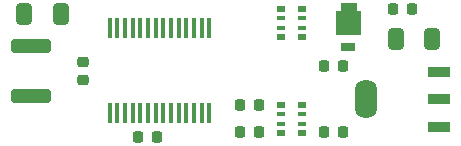
<source format=gbr>
%TF.GenerationSoftware,KiCad,Pcbnew,(6.0.11-0)*%
%TF.CreationDate,2023-05-04T16:40:56+03:00*%
%TF.ProjectId,Arduino Nano Differential impdance PCB,41726475-696e-46f2-904e-616e6f204469,rev?*%
%TF.SameCoordinates,Original*%
%TF.FileFunction,Paste,Bot*%
%TF.FilePolarity,Positive*%
%FSLAX46Y46*%
G04 Gerber Fmt 4.6, Leading zero omitted, Abs format (unit mm)*
G04 Created by KiCad (PCBNEW (6.0.11-0)) date 2023-05-04 16:40:56*
%MOMM*%
%LPD*%
G01*
G04 APERTURE LIST*
G04 Aperture macros list*
%AMRoundRect*
0 Rectangle with rounded corners*
0 $1 Rounding radius*
0 $2 $3 $4 $5 $6 $7 $8 $9 X,Y pos of 4 corners*
0 Add a 4 corners polygon primitive as box body*
4,1,4,$2,$3,$4,$5,$6,$7,$8,$9,$2,$3,0*
0 Add four circle primitives for the rounded corners*
1,1,$1+$1,$2,$3*
1,1,$1+$1,$4,$5*
1,1,$1+$1,$6,$7*
1,1,$1+$1,$8,$9*
0 Add four rect primitives between the rounded corners*
20,1,$1+$1,$2,$3,$4,$5,0*
20,1,$1+$1,$4,$5,$6,$7,0*
20,1,$1+$1,$6,$7,$8,$9,0*
20,1,$1+$1,$8,$9,$2,$3,0*%
G04 Aperture macros list end*
%ADD10C,0.010000*%
%ADD11RoundRect,0.225000X0.225000X0.250000X-0.225000X0.250000X-0.225000X-0.250000X0.225000X-0.250000X0*%
%ADD12RoundRect,0.225000X-0.225000X-0.250000X0.225000X-0.250000X0.225000X0.250000X-0.225000X0.250000X0*%
%ADD13RoundRect,0.225000X0.250000X-0.225000X0.250000X0.225000X-0.250000X0.225000X-0.250000X-0.225000X0*%
%ADD14R,0.450000X1.750000*%
%ADD15R,0.800000X0.500000*%
%ADD16R,0.800000X0.400000*%
%ADD17RoundRect,0.250000X-0.412500X-0.650000X0.412500X-0.650000X0.412500X0.650000X-0.412500X0.650000X0*%
%ADD18R,1.270000X0.762000*%
%ADD19RoundRect,0.111600X0.808400X0.353400X-0.808400X0.353400X-0.808400X-0.353400X0.808400X-0.353400X0*%
%ADD20RoundRect,0.736000X0.184000X0.859000X-0.184000X0.859000X-0.184000X-0.859000X0.184000X-0.859000X0*%
%ADD21RoundRect,0.250000X1.450000X-0.312500X1.450000X0.312500X-1.450000X0.312500X-1.450000X-0.312500X0*%
G04 APERTURE END LIST*
%TO.C,D1*%
G36*
X160620000Y-97524700D02*
G01*
X161035000Y-97524700D01*
X161035000Y-99474700D01*
X159005000Y-99474700D01*
X159005000Y-97524700D01*
X159420000Y-97524700D01*
X159420000Y-96889700D01*
X160620000Y-96889700D01*
X160620000Y-97524700D01*
G37*
D10*
X160620000Y-97524700D02*
X161035000Y-97524700D01*
X161035000Y-99474700D01*
X159005000Y-99474700D01*
X159005000Y-97524700D01*
X159420000Y-97524700D01*
X159420000Y-96889700D01*
X160620000Y-96889700D01*
X160620000Y-97524700D01*
%TD*%
D11*
%TO.C,C13*%
X152413000Y-105537000D03*
X150863000Y-105537000D03*
%TD*%
D12*
%TO.C,C4*%
X150863000Y-107823000D03*
X152413000Y-107823000D03*
%TD*%
D13*
%TO.C,C3*%
X137541000Y-103391000D03*
X137541000Y-101841000D03*
%TD*%
D14*
%TO.C,U5*%
X148243000Y-106216000D03*
X147593000Y-106216000D03*
X146943000Y-106216000D03*
X146293000Y-106216000D03*
X145643000Y-106216000D03*
X144993000Y-106216000D03*
X144343000Y-106216000D03*
X143693000Y-106216000D03*
X143043000Y-106216000D03*
X142393000Y-106216000D03*
X141743000Y-106216000D03*
X141093000Y-106216000D03*
X140443000Y-106216000D03*
X139793000Y-106216000D03*
X139793000Y-99016000D03*
X140443000Y-99016000D03*
X141093000Y-99016000D03*
X141743000Y-99016000D03*
X142393000Y-99016000D03*
X143043000Y-99016000D03*
X143693000Y-99016000D03*
X144343000Y-99016000D03*
X144993000Y-99016000D03*
X145643000Y-99016000D03*
X146293000Y-99016000D03*
X146943000Y-99016000D03*
X147593000Y-99016000D03*
X148243000Y-99016000D03*
%TD*%
D15*
%TO.C,RP2*%
X156094000Y-105480000D03*
D16*
X156094000Y-106280000D03*
X156094000Y-107080000D03*
D15*
X156094000Y-107880000D03*
X154294000Y-107880000D03*
D16*
X154294000Y-107080000D03*
X154294000Y-106280000D03*
D15*
X154294000Y-105480000D03*
%TD*%
D17*
%TO.C,C11*%
X132549500Y-97790000D03*
X135674500Y-97790000D03*
%TD*%
D18*
%TO.C,D1*%
X160020000Y-100577200D03*
%TD*%
D19*
%TO.C,VRU1*%
X167677000Y-102729000D03*
X167677000Y-105029000D03*
X167677000Y-107329000D03*
D20*
X161507000Y-105029000D03*
%TD*%
D12*
%TO.C,C2*%
X157975000Y-107823000D03*
X159525000Y-107823000D03*
%TD*%
%TO.C,C14*%
X142227000Y-108204000D03*
X143777000Y-108204000D03*
%TD*%
D15*
%TO.C,RP1*%
X154294000Y-99752000D03*
D16*
X154294000Y-98952000D03*
X154294000Y-98152000D03*
D15*
X154294000Y-97352000D03*
X156094000Y-97352000D03*
D16*
X156094000Y-98152000D03*
X156094000Y-98952000D03*
D15*
X156094000Y-99752000D03*
%TD*%
D21*
%TO.C,F1*%
X133146800Y-104753500D03*
X133146800Y-100478500D03*
%TD*%
D11*
%TO.C,C1*%
X159525000Y-102235000D03*
X157975000Y-102235000D03*
%TD*%
D12*
%TO.C,C7*%
X163817000Y-97409000D03*
X165367000Y-97409000D03*
%TD*%
D17*
%TO.C,C12*%
X164007000Y-99949000D03*
X167132000Y-99949000D03*
%TD*%
M02*

</source>
